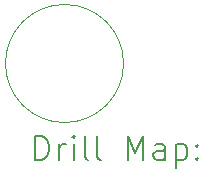
<source format=gbr>
%TF.GenerationSoftware,KiCad,Pcbnew,(6.0.7)*%
%TF.CreationDate,2022-10-27T11:49:25+02:00*%
%TF.ProjectId,PressureSensor,50726573-7375-4726-9553-656e736f722e,rev?*%
%TF.SameCoordinates,Original*%
%TF.FileFunction,Drillmap*%
%TF.FilePolarity,Positive*%
%FSLAX45Y45*%
G04 Gerber Fmt 4.5, Leading zero omitted, Abs format (unit mm)*
G04 Created by KiCad (PCBNEW (6.0.7)) date 2022-10-27 11:49:25*
%MOMM*%
%LPD*%
G01*
G04 APERTURE LIST*
%ADD10C,0.100000*%
%ADD11C,0.200000*%
G04 APERTURE END LIST*
D10*
X16800000Y-7400000D02*
G75*
G03*
X16800000Y-7400000I-500000J0D01*
G01*
D11*
X16052619Y-8215476D02*
X16052619Y-8015476D01*
X16100238Y-8015476D01*
X16128809Y-8025000D01*
X16147857Y-8044048D01*
X16157381Y-8063095D01*
X16166905Y-8101190D01*
X16166905Y-8129762D01*
X16157381Y-8167857D01*
X16147857Y-8186905D01*
X16128809Y-8205952D01*
X16100238Y-8215476D01*
X16052619Y-8215476D01*
X16252619Y-8215476D02*
X16252619Y-8082143D01*
X16252619Y-8120238D02*
X16262143Y-8101190D01*
X16271667Y-8091667D01*
X16290714Y-8082143D01*
X16309762Y-8082143D01*
X16376428Y-8215476D02*
X16376428Y-8082143D01*
X16376428Y-8015476D02*
X16366905Y-8025000D01*
X16376428Y-8034524D01*
X16385952Y-8025000D01*
X16376428Y-8015476D01*
X16376428Y-8034524D01*
X16500238Y-8215476D02*
X16481190Y-8205952D01*
X16471667Y-8186905D01*
X16471667Y-8015476D01*
X16605000Y-8215476D02*
X16585952Y-8205952D01*
X16576428Y-8186905D01*
X16576428Y-8015476D01*
X16833571Y-8215476D02*
X16833571Y-8015476D01*
X16900238Y-8158333D01*
X16966905Y-8015476D01*
X16966905Y-8215476D01*
X17147857Y-8215476D02*
X17147857Y-8110714D01*
X17138333Y-8091667D01*
X17119286Y-8082143D01*
X17081190Y-8082143D01*
X17062143Y-8091667D01*
X17147857Y-8205952D02*
X17128810Y-8215476D01*
X17081190Y-8215476D01*
X17062143Y-8205952D01*
X17052619Y-8186905D01*
X17052619Y-8167857D01*
X17062143Y-8148809D01*
X17081190Y-8139286D01*
X17128810Y-8139286D01*
X17147857Y-8129762D01*
X17243095Y-8082143D02*
X17243095Y-8282143D01*
X17243095Y-8091667D02*
X17262143Y-8082143D01*
X17300238Y-8082143D01*
X17319286Y-8091667D01*
X17328810Y-8101190D01*
X17338333Y-8120238D01*
X17338333Y-8177381D01*
X17328810Y-8196428D01*
X17319286Y-8205952D01*
X17300238Y-8215476D01*
X17262143Y-8215476D01*
X17243095Y-8205952D01*
X17424048Y-8196428D02*
X17433571Y-8205952D01*
X17424048Y-8215476D01*
X17414524Y-8205952D01*
X17424048Y-8196428D01*
X17424048Y-8215476D01*
X17424048Y-8091667D02*
X17433571Y-8101190D01*
X17424048Y-8110714D01*
X17414524Y-8101190D01*
X17424048Y-8091667D01*
X17424048Y-8110714D01*
M02*

</source>
